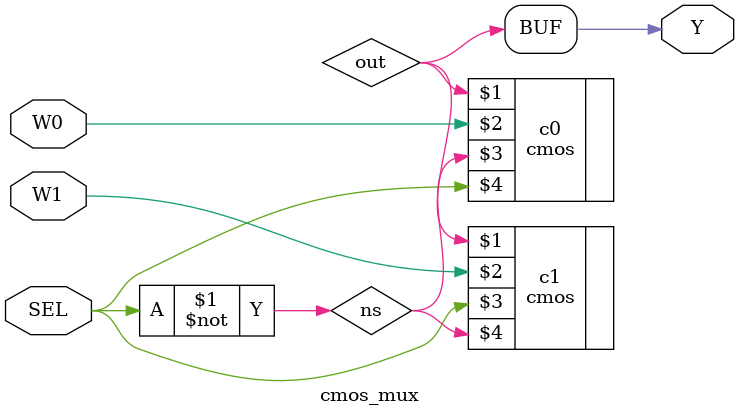
<source format=v>
`define SYNTH           // uncomment for yosys - error parsing tri0 types


module not_cmos (
    output wire Y,
    input din
);
    supply1 vcc;
    supply0 gnd;

    `ifdef SYNTH
        wire out;
    `else
        tri0 out;
    `endif

    pmos p1(out, vcc, din);
    nmos n1(gnd, out, din);
    assign Y = out;
endmodule


module pmos_mux (
    input W0,
    input W1,
    input SEL,
    output wire Y
);
    wire ns;

    `ifdef SYNTH
        wire out;
    `else
        tri0 out;
    `endif
    //pmos p1(p_out, d_in, ctrl);
    //nmos (strong1, strong0) (delay_r, delay_f, delay_o ) gg (n_out, d_in, ctrl);
    not_cmos n1(ns, SEL);
    pmos p1(out, W0, SEL);
    pmos p2(out, W1, ns);
    assign Y= out;
endmodule


module cmos_mux (
    input W0,
    input W1,
    input SEL,
    output wire Y
);
    wire ns;

    `ifdef SYNTH
        wire out;
    `else
        tri0 out;
    `endif

    not n1(ns, SEL);
    //cmos p1(out, d_in, n_ctrl, p_ctrl);
    cmos c0(out, W0, ns, SEL);
    cmos c1(out, W1, SEL, ns);
    assign Y = out;
endmodule

</source>
